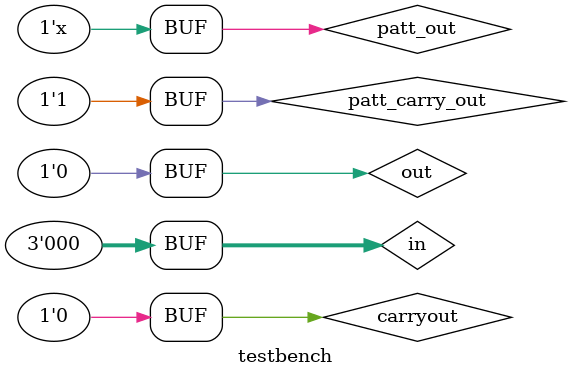
<source format=v>
module testbench;
    reg [2:0] in;

	reg patt_out = 0;
	reg patt_carry_out = 0;
	reg patt_out1 = 0;
	reg patt_carry_out1 = 0;
	wire out = 0;
    wire carryout = 0;

    initial begin
        // $dumpfile("testbench.vcd");
        // $dumpvars(0, testbench);

        #5 in = 0;
        repeat (10000) begin
            #5 in = in + 1;
        end

        $display("OKAY");
    end

    top uut (
	.x(in[0]),
	.y(in[1]),
	.cin(in[2]),
	.regA(out),
	.regcout(carryout)
	);

    always @(posedge in[0]) begin
    patt_out1 <=  ~in[1] + &in[2];
    end
    always @(negedge in[0]) begin
        patt_carry_out1 <= in[2] ? |in[1] : patt_out;
    end

    always @(*) begin
        if (in[0])
            patt_out <=  patt_out|in[1]~&in[2];
    end
    always @(*) begin
        if (~in[0])
            patt_carry_out <=  patt_carry_out1&in[2]~|in[1];
    end
	assert_Z out_test(.A(out));

endmodule

</source>
